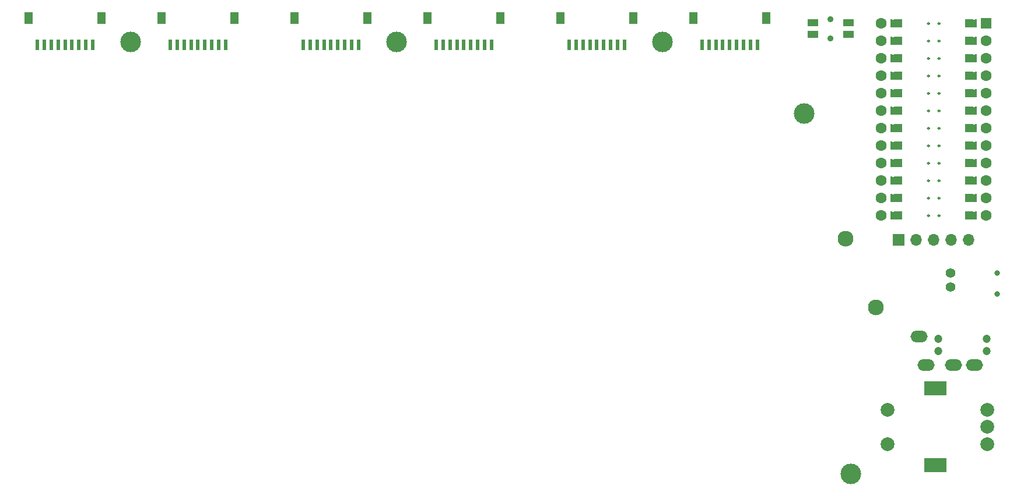
<source format=gbs>
G04 #@! TF.GenerationSoftware,KiCad,Pcbnew,7.0.6-7.0.6~ubuntu20.04.1*
G04 #@! TF.CreationDate,2023-10-06T02:11:44+00:00*
G04 #@! TF.ProjectId,Seismos_CoreL,53656973-6d6f-4735-9f43-6f72654c2e6b,rev?*
G04 #@! TF.SameCoordinates,Original*
G04 #@! TF.FileFunction,Soldermask,Bot*
G04 #@! TF.FilePolarity,Negative*
%FSLAX46Y46*%
G04 Gerber Fmt 4.6, Leading zero omitted, Abs format (unit mm)*
G04 Created by KiCad (PCBNEW 7.0.6-7.0.6~ubuntu20.04.1) date 2023-10-06 02:11:44*
%MOMM*%
%LPD*%
G01*
G04 APERTURE LIST*
G04 Aperture macros list*
%AMFreePoly0*
4,1,6,0.600000,0.200000,0.000000,-0.400000,-0.600000,0.200000,-0.600000,0.400000,0.600000,0.400000,0.600000,0.200000,0.600000,0.200000,$1*%
%AMFreePoly1*
4,1,6,0.600000,-0.250000,-0.600000,-0.250000,-0.600000,1.000000,0.000000,0.400000,0.600000,1.000000,0.600000,-0.250000,0.600000,-0.250000,$1*%
G04 Aperture macros list end*
%ADD10C,0.250000*%
%ADD11C,0.100000*%
%ADD12C,2.000000*%
%ADD13R,3.200000X2.000000*%
%ADD14C,2.300000*%
%ADD15C,1.200000*%
%ADD16O,2.500000X1.700000*%
%ADD17C,3.000000*%
%ADD18R,1.700000X1.700000*%
%ADD19O,1.700000X1.700000*%
%ADD20C,0.800000*%
%ADD21C,1.400000*%
%ADD22C,1.600000*%
%ADD23R,1.600000X1.600000*%
%ADD24FreePoly0,270.000000*%
%ADD25FreePoly0,90.000000*%
%ADD26FreePoly1,90.000000*%
%ADD27FreePoly1,270.000000*%
%ADD28R,0.600000X1.550000*%
%ADD29R,1.200000X1.800000*%
%ADD30C,0.900000*%
%ADD31R,1.550000X1.000000*%
G04 APERTURE END LIST*
D10*
X166523000Y-22286000D02*
G75*
G03*
X166523000Y-22286000I-125000J0D01*
G01*
X164999000Y-22286000D02*
G75*
G03*
X164999000Y-22286000I-125000J0D01*
G01*
X166523000Y-24826000D02*
G75*
G03*
X166523000Y-24826000I-125000J0D01*
G01*
X164999000Y-24826000D02*
G75*
G03*
X164999000Y-24826000I-125000J0D01*
G01*
X166523000Y-27366000D02*
G75*
G03*
X166523000Y-27366000I-125000J0D01*
G01*
X164999000Y-27366000D02*
G75*
G03*
X164999000Y-27366000I-125000J0D01*
G01*
X166523000Y-29906000D02*
G75*
G03*
X166523000Y-29906000I-125000J0D01*
G01*
X164999000Y-29906000D02*
G75*
G03*
X164999000Y-29906000I-125000J0D01*
G01*
X166523000Y-32446000D02*
G75*
G03*
X166523000Y-32446000I-125000J0D01*
G01*
X164999000Y-32446000D02*
G75*
G03*
X164999000Y-32446000I-125000J0D01*
G01*
X166523000Y-34986000D02*
G75*
G03*
X166523000Y-34986000I-125000J0D01*
G01*
X164999000Y-34986000D02*
G75*
G03*
X164999000Y-34986000I-125000J0D01*
G01*
X166523000Y-37526000D02*
G75*
G03*
X166523000Y-37526000I-125000J0D01*
G01*
X164999000Y-37526000D02*
G75*
G03*
X164999000Y-37526000I-125000J0D01*
G01*
X166523000Y-40066000D02*
G75*
G03*
X166523000Y-40066000I-125000J0D01*
G01*
X164999000Y-40066000D02*
G75*
G03*
X164999000Y-40066000I-125000J0D01*
G01*
X166523000Y-42606000D02*
G75*
G03*
X166523000Y-42606000I-125000J0D01*
G01*
X164999000Y-42606000D02*
G75*
G03*
X164999000Y-42606000I-125000J0D01*
G01*
X166523000Y-45146000D02*
G75*
G03*
X166523000Y-45146000I-125000J0D01*
G01*
X164999000Y-45146000D02*
G75*
G03*
X164999000Y-45146000I-125000J0D01*
G01*
X166523000Y-47686000D02*
G75*
G03*
X166523000Y-47686000I-125000J0D01*
G01*
X164999000Y-47686000D02*
G75*
G03*
X164999000Y-47686000I-125000J0D01*
G01*
X166523000Y-50226000D02*
G75*
G03*
X166523000Y-50226000I-125000J0D01*
G01*
X164999000Y-50226000D02*
G75*
G03*
X164999000Y-50226000I-125000J0D01*
G01*
D11*
X160556000Y-22794000D02*
X159540000Y-22794000D01*
X159540000Y-21778000D01*
X160556000Y-21778000D01*
X160556000Y-22794000D01*
G36*
X160556000Y-22794000D02*
G01*
X159540000Y-22794000D01*
X159540000Y-21778000D01*
X160556000Y-21778000D01*
X160556000Y-22794000D01*
G37*
X171732000Y-22794000D02*
X170716000Y-22794000D01*
X170716000Y-21778000D01*
X171732000Y-21778000D01*
X171732000Y-22794000D01*
G36*
X171732000Y-22794000D02*
G01*
X170716000Y-22794000D01*
X170716000Y-21778000D01*
X171732000Y-21778000D01*
X171732000Y-22794000D01*
G37*
X160556000Y-25334000D02*
X159540000Y-25334000D01*
X159540000Y-24318000D01*
X160556000Y-24318000D01*
X160556000Y-25334000D01*
G36*
X160556000Y-25334000D02*
G01*
X159540000Y-25334000D01*
X159540000Y-24318000D01*
X160556000Y-24318000D01*
X160556000Y-25334000D01*
G37*
X171732000Y-25334000D02*
X170716000Y-25334000D01*
X170716000Y-24318000D01*
X171732000Y-24318000D01*
X171732000Y-25334000D01*
G36*
X171732000Y-25334000D02*
G01*
X170716000Y-25334000D01*
X170716000Y-24318000D01*
X171732000Y-24318000D01*
X171732000Y-25334000D01*
G37*
X160556000Y-27874000D02*
X159540000Y-27874000D01*
X159540000Y-26858000D01*
X160556000Y-26858000D01*
X160556000Y-27874000D01*
G36*
X160556000Y-27874000D02*
G01*
X159540000Y-27874000D01*
X159540000Y-26858000D01*
X160556000Y-26858000D01*
X160556000Y-27874000D01*
G37*
X171732000Y-27874000D02*
X170716000Y-27874000D01*
X170716000Y-26858000D01*
X171732000Y-26858000D01*
X171732000Y-27874000D01*
G36*
X171732000Y-27874000D02*
G01*
X170716000Y-27874000D01*
X170716000Y-26858000D01*
X171732000Y-26858000D01*
X171732000Y-27874000D01*
G37*
X160556000Y-30414000D02*
X159540000Y-30414000D01*
X159540000Y-29398000D01*
X160556000Y-29398000D01*
X160556000Y-30414000D01*
G36*
X160556000Y-30414000D02*
G01*
X159540000Y-30414000D01*
X159540000Y-29398000D01*
X160556000Y-29398000D01*
X160556000Y-30414000D01*
G37*
X171732000Y-30414000D02*
X170716000Y-30414000D01*
X170716000Y-29398000D01*
X171732000Y-29398000D01*
X171732000Y-30414000D01*
G36*
X171732000Y-30414000D02*
G01*
X170716000Y-30414000D01*
X170716000Y-29398000D01*
X171732000Y-29398000D01*
X171732000Y-30414000D01*
G37*
X160556000Y-32954000D02*
X159540000Y-32954000D01*
X159540000Y-31938000D01*
X160556000Y-31938000D01*
X160556000Y-32954000D01*
G36*
X160556000Y-32954000D02*
G01*
X159540000Y-32954000D01*
X159540000Y-31938000D01*
X160556000Y-31938000D01*
X160556000Y-32954000D01*
G37*
X171732000Y-32954000D02*
X170716000Y-32954000D01*
X170716000Y-31938000D01*
X171732000Y-31938000D01*
X171732000Y-32954000D01*
G36*
X171732000Y-32954000D02*
G01*
X170716000Y-32954000D01*
X170716000Y-31938000D01*
X171732000Y-31938000D01*
X171732000Y-32954000D01*
G37*
X160556000Y-35494000D02*
X159540000Y-35494000D01*
X159540000Y-34478000D01*
X160556000Y-34478000D01*
X160556000Y-35494000D01*
G36*
X160556000Y-35494000D02*
G01*
X159540000Y-35494000D01*
X159540000Y-34478000D01*
X160556000Y-34478000D01*
X160556000Y-35494000D01*
G37*
X171732000Y-35494000D02*
X170716000Y-35494000D01*
X170716000Y-34478000D01*
X171732000Y-34478000D01*
X171732000Y-35494000D01*
G36*
X171732000Y-35494000D02*
G01*
X170716000Y-35494000D01*
X170716000Y-34478000D01*
X171732000Y-34478000D01*
X171732000Y-35494000D01*
G37*
X160556000Y-38034000D02*
X159540000Y-38034000D01*
X159540000Y-37018000D01*
X160556000Y-37018000D01*
X160556000Y-38034000D01*
G36*
X160556000Y-38034000D02*
G01*
X159540000Y-38034000D01*
X159540000Y-37018000D01*
X160556000Y-37018000D01*
X160556000Y-38034000D01*
G37*
X171732000Y-38034000D02*
X170716000Y-38034000D01*
X170716000Y-37018000D01*
X171732000Y-37018000D01*
X171732000Y-38034000D01*
G36*
X171732000Y-38034000D02*
G01*
X170716000Y-38034000D01*
X170716000Y-37018000D01*
X171732000Y-37018000D01*
X171732000Y-38034000D01*
G37*
X160556000Y-40574000D02*
X159540000Y-40574000D01*
X159540000Y-39558000D01*
X160556000Y-39558000D01*
X160556000Y-40574000D01*
G36*
X160556000Y-40574000D02*
G01*
X159540000Y-40574000D01*
X159540000Y-39558000D01*
X160556000Y-39558000D01*
X160556000Y-40574000D01*
G37*
X171732000Y-40574000D02*
X170716000Y-40574000D01*
X170716000Y-39558000D01*
X171732000Y-39558000D01*
X171732000Y-40574000D01*
G36*
X171732000Y-40574000D02*
G01*
X170716000Y-40574000D01*
X170716000Y-39558000D01*
X171732000Y-39558000D01*
X171732000Y-40574000D01*
G37*
X160556000Y-43114000D02*
X159540000Y-43114000D01*
X159540000Y-42098000D01*
X160556000Y-42098000D01*
X160556000Y-43114000D01*
G36*
X160556000Y-43114000D02*
G01*
X159540000Y-43114000D01*
X159540000Y-42098000D01*
X160556000Y-42098000D01*
X160556000Y-43114000D01*
G37*
X171732000Y-43114000D02*
X170716000Y-43114000D01*
X170716000Y-42098000D01*
X171732000Y-42098000D01*
X171732000Y-43114000D01*
G36*
X171732000Y-43114000D02*
G01*
X170716000Y-43114000D01*
X170716000Y-42098000D01*
X171732000Y-42098000D01*
X171732000Y-43114000D01*
G37*
X160556000Y-45654000D02*
X159540000Y-45654000D01*
X159540000Y-44638000D01*
X160556000Y-44638000D01*
X160556000Y-45654000D01*
G36*
X160556000Y-45654000D02*
G01*
X159540000Y-45654000D01*
X159540000Y-44638000D01*
X160556000Y-44638000D01*
X160556000Y-45654000D01*
G37*
X171732000Y-45654000D02*
X170716000Y-45654000D01*
X170716000Y-44638000D01*
X171732000Y-44638000D01*
X171732000Y-45654000D01*
G36*
X171732000Y-45654000D02*
G01*
X170716000Y-45654000D01*
X170716000Y-44638000D01*
X171732000Y-44638000D01*
X171732000Y-45654000D01*
G37*
X160556000Y-48194000D02*
X159540000Y-48194000D01*
X159540000Y-47178000D01*
X160556000Y-47178000D01*
X160556000Y-48194000D01*
G36*
X160556000Y-48194000D02*
G01*
X159540000Y-48194000D01*
X159540000Y-47178000D01*
X160556000Y-47178000D01*
X160556000Y-48194000D01*
G37*
X171732000Y-48194000D02*
X170716000Y-48194000D01*
X170716000Y-47178000D01*
X171732000Y-47178000D01*
X171732000Y-48194000D01*
G36*
X171732000Y-48194000D02*
G01*
X170716000Y-48194000D01*
X170716000Y-47178000D01*
X171732000Y-47178000D01*
X171732000Y-48194000D01*
G37*
X160556000Y-50734000D02*
X159540000Y-50734000D01*
X159540000Y-49718000D01*
X160556000Y-49718000D01*
X160556000Y-50734000D01*
G36*
X160556000Y-50734000D02*
G01*
X159540000Y-50734000D01*
X159540000Y-49718000D01*
X160556000Y-49718000D01*
X160556000Y-50734000D01*
G37*
X171732000Y-50734000D02*
X170716000Y-50734000D01*
X170716000Y-49718000D01*
X171732000Y-49718000D01*
X171732000Y-50734000D01*
G36*
X171732000Y-50734000D02*
G01*
X170716000Y-50734000D01*
X170716000Y-49718000D01*
X171732000Y-49718000D01*
X171732000Y-50734000D01*
G37*
D12*
X173390000Y-83460000D03*
X173390000Y-78460000D03*
X173390000Y-80960000D03*
D13*
X165890000Y-86560000D03*
X165890000Y-75360000D03*
D12*
X158890000Y-78460000D03*
X158890000Y-83460000D03*
D14*
X152800000Y-53600000D03*
D15*
X173330000Y-68147000D03*
X166330000Y-68147000D03*
X173330000Y-69897000D03*
X166330000Y-69897000D03*
D16*
X164530000Y-71997000D03*
X168530000Y-71997000D03*
X171530000Y-71997000D03*
X163530000Y-67797000D03*
D17*
X146800000Y-35400000D03*
X87600000Y-25000000D03*
D18*
X160556000Y-53766000D03*
D19*
X163096000Y-53766000D03*
X165636000Y-53766000D03*
X168176000Y-53766000D03*
X170716000Y-53766000D03*
D20*
X174800000Y-61632000D03*
X174800000Y-58632000D03*
D17*
X49000000Y-25000000D03*
D21*
X168050500Y-58632000D03*
X168050500Y-60632000D03*
D17*
X126200000Y-25000000D03*
D14*
X157200000Y-63600000D03*
D22*
X173256000Y-22286000D03*
D23*
X173256000Y-22286000D03*
D24*
X171478000Y-22286000D03*
D25*
X159794000Y-22286000D03*
D22*
X158016000Y-22286000D03*
X173256000Y-24826000D03*
D24*
X171478000Y-24826000D03*
D25*
X159794000Y-24826000D03*
D22*
X158016000Y-24826000D03*
X173256000Y-27366000D03*
D24*
X171478000Y-27366000D03*
D25*
X159794000Y-27366000D03*
D22*
X158016000Y-27366000D03*
X173256000Y-29906000D03*
D24*
X171478000Y-29906000D03*
D25*
X159794000Y-29906000D03*
D22*
X158016000Y-29906000D03*
X173256000Y-32446000D03*
D24*
X171478000Y-32446000D03*
D25*
X159794000Y-32446000D03*
D22*
X158016000Y-32446000D03*
X173256000Y-34986000D03*
D24*
X171478000Y-34986000D03*
D25*
X159794000Y-34986000D03*
D22*
X158016000Y-34986000D03*
X173256000Y-37526000D03*
D24*
X171478000Y-37526000D03*
D25*
X159794000Y-37526000D03*
D22*
X158016000Y-37526000D03*
X173256000Y-40066000D03*
D24*
X171478000Y-40066000D03*
D25*
X159794000Y-40066000D03*
D22*
X158016000Y-40066000D03*
X173256000Y-42606000D03*
D24*
X171478000Y-42606000D03*
D25*
X159794000Y-42606000D03*
D22*
X158016000Y-42606000D03*
X173256000Y-45146000D03*
D24*
X171478000Y-45146000D03*
D25*
X159794000Y-45146000D03*
D22*
X158016000Y-45146000D03*
X173256000Y-47686000D03*
D24*
X171478000Y-47686000D03*
D25*
X159794000Y-47686000D03*
D22*
X158016000Y-47686000D03*
X173256000Y-50226000D03*
D24*
X171478000Y-50226000D03*
D25*
X159794000Y-50226000D03*
D22*
X158016000Y-50226000D03*
D26*
X160810000Y-22286000D03*
X160810000Y-24826000D03*
X160810000Y-27366000D03*
X160810000Y-29906000D03*
X160810000Y-32446000D03*
X160810000Y-34986000D03*
X160810000Y-37526000D03*
X160810000Y-40066000D03*
X160810000Y-42606000D03*
X160810000Y-45146000D03*
X160810000Y-47686000D03*
X160810000Y-50226000D03*
D27*
X170462000Y-50226000D03*
X170462000Y-47686000D03*
X170462000Y-45146000D03*
X170462000Y-42606000D03*
X170462000Y-40066000D03*
X170462000Y-37526000D03*
X170462000Y-34986000D03*
X170462000Y-32446000D03*
X170462000Y-29906000D03*
X170462000Y-27366000D03*
X170462000Y-24826000D03*
X170462000Y-22286000D03*
D17*
X153600000Y-87800000D03*
D28*
X35500000Y-25375000D03*
X36500000Y-25375000D03*
X37500000Y-25375000D03*
X38500000Y-25375000D03*
X39500000Y-25375000D03*
X40500000Y-25375000D03*
X41500000Y-25375000D03*
X42500000Y-25375000D03*
X43500000Y-25375000D03*
D29*
X34200000Y-21500000D03*
X44800000Y-21500000D03*
D28*
X54800000Y-25375000D03*
X55800000Y-25375000D03*
X56800000Y-25375000D03*
X57800000Y-25375000D03*
X58800000Y-25375000D03*
X59800000Y-25375000D03*
X60800000Y-25375000D03*
X61800000Y-25375000D03*
X62800000Y-25375000D03*
D29*
X53500000Y-21500000D03*
X64100000Y-21500000D03*
D30*
X150650000Y-24449500D03*
X150650000Y-21649500D03*
D31*
X153250000Y-23899500D03*
X153250000Y-22199500D03*
X148050000Y-23899500D03*
X148050000Y-22199500D03*
D28*
X132000000Y-25375000D03*
X133000000Y-25375000D03*
X134000000Y-25375000D03*
X135000000Y-25375000D03*
X136000000Y-25375000D03*
X137000000Y-25375000D03*
X138000000Y-25375000D03*
X139000000Y-25375000D03*
X140000000Y-25375000D03*
D29*
X130700000Y-21500000D03*
X141300000Y-21500000D03*
D28*
X93400000Y-25375000D03*
X94400000Y-25375000D03*
X95400000Y-25375000D03*
X96400000Y-25375000D03*
X97400000Y-25375000D03*
X98400000Y-25375000D03*
X99400000Y-25375000D03*
X100400000Y-25375000D03*
X101400000Y-25375000D03*
D29*
X92100000Y-21500000D03*
X102700000Y-21500000D03*
D28*
X74100000Y-25375000D03*
X75100000Y-25375000D03*
X76100000Y-25375000D03*
X77100000Y-25375000D03*
X78100000Y-25375000D03*
X79100000Y-25375000D03*
X80100000Y-25375000D03*
X81100000Y-25375000D03*
X82100000Y-25375000D03*
D29*
X72800000Y-21500000D03*
X83400000Y-21500000D03*
D28*
X112700000Y-25375000D03*
X113700000Y-25375000D03*
X114700000Y-25375000D03*
X115700000Y-25375000D03*
X116700000Y-25375000D03*
X117700000Y-25375000D03*
X118700000Y-25375000D03*
X119700000Y-25375000D03*
X120700000Y-25375000D03*
D29*
X111400000Y-21500000D03*
X122000000Y-21500000D03*
M02*

</source>
